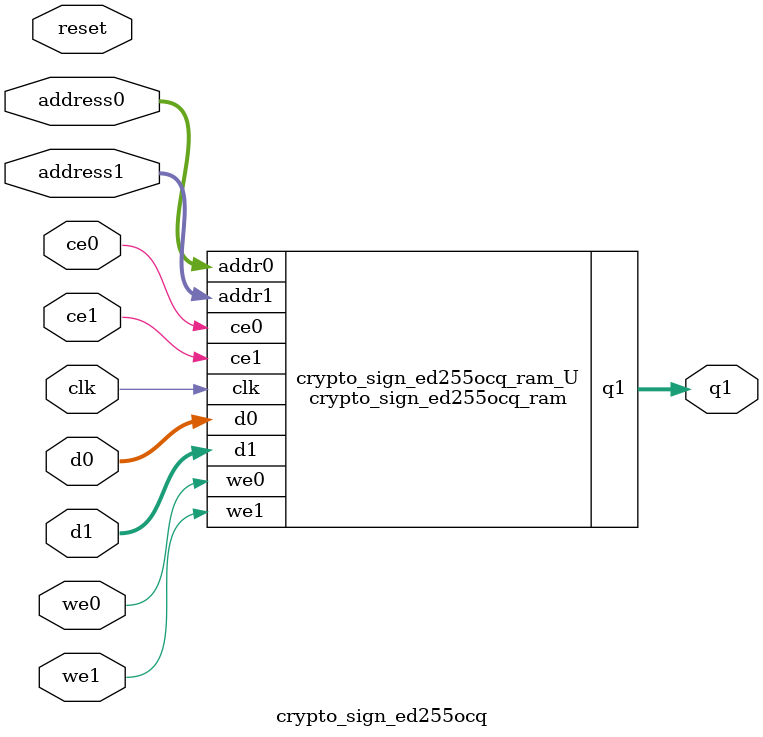
<source format=v>

`timescale 1 ns / 1 ps
module crypto_sign_ed255ocq_ram (addr0, ce0, d0, we0, addr1, ce1, d1, we1, q1,  clk);

parameter DWIDTH = 32;
parameter AWIDTH = 5;
parameter MEM_SIZE = 32;

input[AWIDTH-1:0] addr0;
input ce0;
input[DWIDTH-1:0] d0;
input we0;
input[AWIDTH-1:0] addr1;
input ce1;
input[DWIDTH-1:0] d1;
input we1;
output reg[DWIDTH-1:0] q1;
input clk;

(* ram_style = "block" *)reg [DWIDTH-1:0] ram[0:MEM_SIZE-1];




always @(posedge clk)  
begin 
    if (ce0) 
    begin
        if (we0) 
        begin 
            ram[addr0] <= d0; 
        end 
    end
end


always @(posedge clk)  
begin 
    if (ce1) 
    begin
        if (we1) 
        begin 
            ram[addr1] <= d1; 
            q1 <= d1;
        end 
        else 
            q1 <= ram[addr1];
    end
end


endmodule


`timescale 1 ns / 1 ps
module crypto_sign_ed255ocq(
    reset,
    clk,
    address0,
    ce0,
    we0,
    d0,
    address1,
    ce1,
    we1,
    d1,
    q1);

parameter DataWidth = 32'd32;
parameter AddressRange = 32'd32;
parameter AddressWidth = 32'd5;
input reset;
input clk;
input[AddressWidth - 1:0] address0;
input ce0;
input we0;
input[DataWidth - 1:0] d0;
input[AddressWidth - 1:0] address1;
input ce1;
input we1;
input[DataWidth - 1:0] d1;
output[DataWidth - 1:0] q1;



crypto_sign_ed255ocq_ram crypto_sign_ed255ocq_ram_U(
    .clk( clk ),
    .addr0( address0 ),
    .ce0( ce0 ),
    .d0( d0 ),
    .we0( we0 ),
    .addr1( address1 ),
    .ce1( ce1 ),
    .d1( d1 ),
    .we1( we1 ),
    .q1( q1 ));

endmodule


</source>
